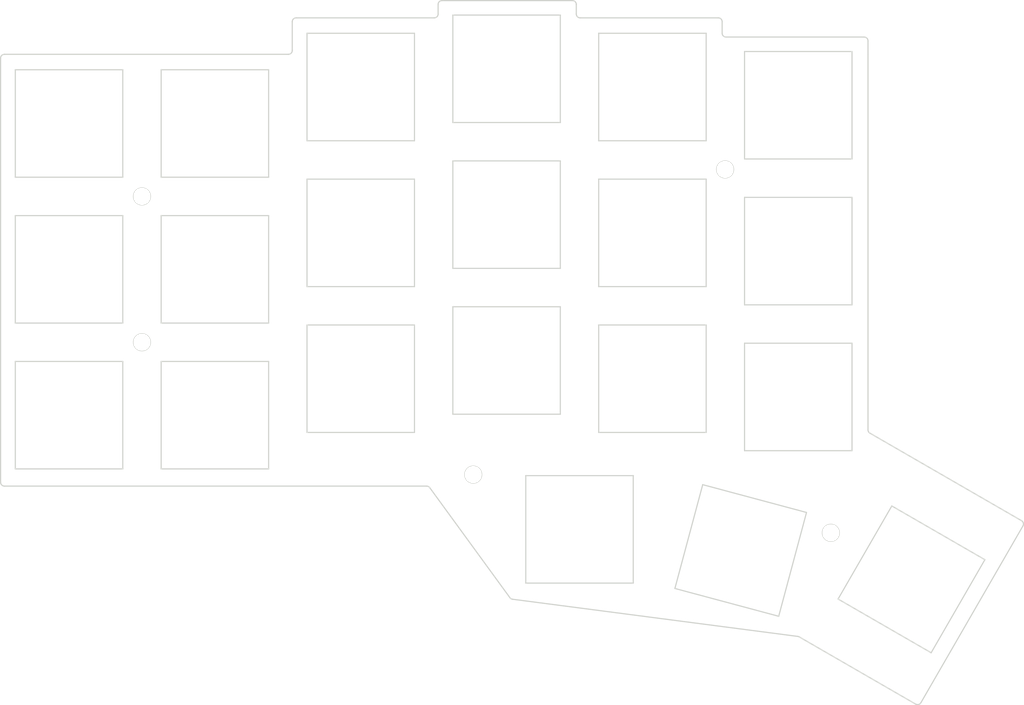
<source format=kicad_pcb>
(kicad_pcb (version 20240108) (generator "pcbnew") (generator_version "8.0")
  (title_block (title "frontplate") (date "2024-05-11") (rev "0.2") (company "ceoloide"))
  (layers (0 "F.Cu" signal) (31 "B.Cu" signal) (34 "B.Paste" user) (35 "F.Paste" user) (36 "B.SilkS" user "B.Silkscreen") (37 "F.SilkS" user "F.Silkscreen") (38 "B.Mask" user) (39 "F.Mask" user) (44 "Edge.Cuts" user))
  (net 0 "")
  (footprint "ceoloide:mounting_hole_npth" (layer "F.Cu") (at 152.657 107.74)
    (property "Reference" "MH4" (hide yes))
    (property "Value" "")
    (pad "" np_thru_hole circle (at 0 0) (size 2.2 2.2) (drill 2.2) (layers "*.Cu" "*.Mask"))
  )
  (footprint "ceoloide:mounting_hole_npth" (layer "F.Cu") (at 185.468 67.986)
    (property "Reference" "MH3" (hide yes))
    (property "Value" "")
    (pad "" np_thru_hole circle (at 0 0) (size 2.2 2.2) (drill 2.2) (layers "*.Cu" "*.Mask"))
  )
  (footprint "ceoloide:mounting_hole_npth" (layer "F.Cu") (at 109.5 71.5)
    (property "Reference" "MH1" (hide yes))
    (property "Value" "")
    (pad "" np_thru_hole circle (at 0 0) (size 2.2 2.2) (drill 2.2) (layers "*.Cu" "*.Mask"))
  )
  (footprint "ceoloide:mounting_hole_npth" (layer "F.Cu") (at 199.241052 115.323658 60)
    (property "Reference" "MH5" (hide yes))
    (property "Value" "")
    (pad "" np_thru_hole circle (at 0 0 60) (size 2.2 2.2) (drill 2.2) (layers "*.Cu" "*.Mask"))
  )
  (footprint "ceoloide:mounting_hole_npth" (layer "F.Cu") (at 109.5 90.5)
    (property "Reference" "MH2" (hide yes))
    (property "Value" "")
    (pad "" np_thru_hole circle (at 0 0) (size 2.2 2.2) (drill 2.2) (layers "*.Cu" "*.Mask"))
  )
  (gr_line (start 131 102.25) (end 145 102.25) (stroke (width 0.15)) (layer "Edge.Cuts"))
  (gr_line (start 145 64.25) (end 145 50.25) (stroke (width 0.15)) (layer "Edge.Cuts"))
  (gr_line (start 178.926786 122.574748) (end 192.449748 126.198214) (stroke (width 0.15)) (layer "Edge.Cuts"))
  (gr_arc (start 148.08 46.488) (mid 148.226447 46.134447) (end 148.58 45.988) (stroke (width 0.15)) (layer "Edge.Cuts"))
  (gr_arc (start 185.582 50.738) (mid 185.228447 50.591553) (end 185.082 50.238) (stroke (width 0.15)) (layer "Edge.Cuts"))
  (gr_line (start 164 66.875) (end 150 66.875) (stroke (width 0.15)) (layer "Edge.Cuts"))
  (gr_line (start 164 80.875) (end 164 66.875) (stroke (width 0.15)) (layer "Edge.Cuts"))
  (gr_line (start 185.582 50.738) (end 203.582222 50.738) (stroke (width 0.15)) (layer "Edge.Cuts"))
  (gr_line (start 169 64.25) (end 183 64.25) (stroke (width 0.15)) (layer "Edge.Cuts"))
  (gr_line (start 196.073214 112.675253) (end 182.550253 109.051786) (stroke (width 0.15)) (layer "Edge.Cuts"))
  (gr_line (start 150 47.875) (end 150 61.875) (stroke (width 0.15)) (layer "Edge.Cuts"))
  (gr_arc (start 146.585693 109.24) (mid 146.812368 109.29433) (end 146.989776 109.445522) (stroke (width 0.15)) (layer "Edge.Cuts"))
  (gr_line (start 150 80.875) (end 164 80.875) (stroke (width 0.15)) (layer "Edge.Cuts"))
  (gr_arc (start 204.083 52.990222) (mid 204.083 52.990111) (end 204.083 52.99) (stroke (width 0.15)) (layer "Edge.Cuts"))
  (gr_arc (start 157.772968 123.977759) (mid 157.582531 123.912008) (end 157.43351 123.776431) (stroke (width 0.15)) (layer "Edge.Cuts"))
  (gr_line (start 166.582 48.24) (end 184.582 48.24) (stroke (width 0.15)) (layer "Edge.Cuts"))
  (gr_line (start 93 74) (end 93 88) (stroke (width 0.15)) (layer "Edge.Cuts"))
  (gr_line (start 157.43351 123.776431) (end 146.989776 109.445522) (stroke (width 0.15)) (layer "Edge.Cuts"))
  (gr_line (start 202 85.625) (end 202 71.625) (stroke (width 0.15)) (layer "Edge.Cuts"))
  (gr_line (start 131 50.25) (end 131 64.25) (stroke (width 0.15)) (layer "Edge.Cuts"))
  (gr_arc (start 129.08 52.489013) (mid 128.933553 52.842553) (end 128.580013 52.989013) (stroke (width 0.15)) (layer "Edge.Cuts"))
  (gr_line (start 210.29051 137.641397) (end 195.123642 128.884802) (stroke (width 0.15)) (layer "Edge.Cuts"))
  (gr_arc (start 194.938267 128.822008) (mid 195.034054 128.844254) (end 195.123642 128.884802) (stroke (width 0.15)) (layer "Edge.Cuts"))
  (gr_line (start 212.308984 130.951335) (end 219.308984 118.82698) (stroke (width 0.15)) (layer "Edge.Cuts"))
  (gr_line (start 93 88) (end 107 88) (stroke (width 0.15)) (layer "Edge.Cuts"))
  (gr_line (start 145 102.25) (end 145 88.25) (stroke (width 0.15)) (layer "Edge.Cuts"))
  (gr_line (start 126 74) (end 112 74) (stroke (width 0.15)) (layer "Edge.Cuts"))
  (gr_line (start 112 74) (end 112 88) (stroke (width 0.15)) (layer "Edge.Cuts"))
  (gr_line (start 183 50.25) (end 169 50.25) (stroke (width 0.15)) (layer "Edge.Cuts"))
  (gr_line (start 202 71.625) (end 188 71.625) (stroke (width 0.15)) (layer "Edge.Cuts"))
  (gr_line (start 183 88.25) (end 169 88.25) (stroke (width 0.15)) (layer "Edge.Cuts"))
  (gr_circle (center 109.5 90.5) (end 110.6 90.5) (stroke (width 0.15)) (fill none) (layer "Edge.Cuts"))
  (gr_line (start 194.938267 128.822008) (end 157.772968 123.977759) (stroke (width 0.15)) (layer "Edge.Cuts"))
  (gr_line (start 131 83.25) (end 145 83.25) (stroke (width 0.15)) (layer "Edge.Cuts"))
  (gr_line (start 112 93) (end 112 107) (stroke (width 0.15)) (layer "Edge.Cuts"))
  (gr_line (start 93 93) (end 93 107) (stroke (width 0.15)) (layer "Edge.Cuts"))
  (gr_line (start 150 99.875) (end 164 99.875) (stroke (width 0.15)) (layer "Edge.Cuts"))
  (gr_line (start 207.184628 111.82698) (end 200.184628 123.951335) (stroke (width 0.15)) (layer "Edge.Cuts"))
  (gr_line (start 169 69.25) (end 169 83.25) (stroke (width 0.15)) (layer "Edge.Cuts"))
  (gr_line (start 131 88.25) (end 131 102.25) (stroke (width 0.15)) (layer "Edge.Cuts"))
  (gr_line (start 202 52.625) (end 188 52.625) (stroke (width 0.15)) (layer "Edge.Cuts"))
  (gr_line (start 145 50.25) (end 131 50.25) (stroke (width 0.15)) (layer "Edge.Cuts"))
  (gr_line (start 173.5 121.875) (end 173.5 107.875) (stroke (width 0.15)) (layer "Edge.Cuts"))
  (gr_circle (center 152.657 107.74) (end 153.757 107.74) (stroke (width 0.15)) (fill none) (layer "Edge.Cuts"))
  (gr_line (start 107 107) (end 107 93) (stroke (width 0.15)) (layer "Edge.Cuts"))
  (gr_line (start 166.082 46.488) (end 166.082 47.74) (stroke (width 0.15)) (layer "Edge.Cuts"))
  (gr_line (start 188 85.625) (end 202 85.625) (stroke (width 0.15)) (layer "Edge.Cuts"))
  (gr_line (start 150 66.875) (end 150 80.875) (stroke (width 0.15)) (layer "Edge.Cuts"))
  (gr_line (start 204.082222 51.237778) (end 204.083 52.99) (stroke (width 0.15)) (layer "Edge.Cuts"))
  (gr_arc (start 91.080018 53.490005) (mid 91.226459 53.136459) (end 91.580005 52.989987) (stroke (width 0.15)) (layer "Edge.Cuts"))
  (gr_line (start 164 99.875) (end 164 85.875) (stroke (width 0.15)) (layer "Edge.Cuts"))
  (gr_arc (start 224.085004 113.746606) (mid 224.31795 114.050198) (end 224.268026 114.429602) (stroke (width 0.15)) (layer "Edge.Cuts"))
  (gr_arc (start 91.581982 109.24) (mid 91.228447 109.093553) (end 91.081982 108.740018) (stroke (width 0.15)) (layer "Edge.Cuts"))
  (gr_line (start 131 64.25) (end 145 64.25) (stroke (width 0.15)) (layer "Edge.Cuts"))
  (gr_line (start 183 102.25) (end 183 88.25) (stroke (width 0.15)) (layer "Edge.Cuts"))
  (gr_line (start 192.449748 126.198214) (end 196.073214 112.675253) (stroke (width 0.15)) (layer "Edge.Cuts"))
  (gr_line (start 169 88.25) (end 169 102.25) (stroke (width 0.15)) (layer "Edge.Cuts"))
  (gr_line (start 93 69) (end 107 69) (stroke (width 0.15)) (layer "Edge.Cuts"))
  (gr_line (start 219.308984 118.82698) (end 207.184628 111.82698) (stroke (width 0.15)) (layer "Edge.Cuts"))
  (gr_line (start 129.58 48.24) (end 147.58 48.24) (stroke (width 0.15)) (layer "Edge.Cuts"))
  (gr_line (start 148.08 47.74) (end 148.08 46.488) (stroke (width 0.15)) (layer "Edge.Cuts"))
  (gr_line (start 164 61.875) (end 164 47.875) (stroke (width 0.15)) (layer "Edge.Cuts"))
  (gr_line (start 93 107) (end 107 107) (stroke (width 0.15)) (layer "Edge.Cuts"))
  (gr_arc (start 184.582 48.24) (mid 184.935553 48.386447) (end 185.082 48.74) (stroke (width 0.15)) (layer "Edge.Cuts"))
  (gr_line (start 169 83.25) (end 183 83.25) (stroke (width 0.15)) (layer "Edge.Cuts"))
  (gr_line (start 107 93) (end 93 93) (stroke (width 0.15)) (layer "Edge.Cuts"))
  (gr_line (start 91.081982 108.740018) (end 91.080018 53.490005) (stroke (width 0.15)) (layer "Edge.Cuts"))
  (gr_line (start 159.5 107.875) (end 159.5 121.875) (stroke (width 0.15)) (layer "Edge.Cuts"))
  (gr_line (start 107 69) (end 107 55) (stroke (width 0.15)) (layer "Edge.Cuts"))
  (gr_line (start 126 55) (end 112 55) (stroke (width 0.15)) (layer "Edge.Cuts"))
  (gr_line (start 164 85.875) (end 150 85.875) (stroke (width 0.15)) (layer "Edge.Cuts"))
  (gr_line (start 126 107) (end 126 93) (stroke (width 0.15)) (layer "Edge.Cuts"))
  (gr_line (start 164 47.875) (end 150 47.875) (stroke (width 0.15)) (layer "Edge.Cuts"))
  (gr_arc (start 204.333 102.342781) (mid 204.149999 102.159766) (end 204.083 101.909768) (stroke (width 0.15)) (layer "Edge.Cuts"))
  (gr_line (start 145 88.25) (end 131 88.25) (stroke (width 0.15)) (layer "Edge.Cuts"))
  (gr_line (start 146.585693 109.24) (end 91.581982 109.24) (stroke (width 0.15)) (layer "Edge.Cuts"))
  (gr_line (start 188 52.625) (end 188 66.625) (stroke (width 0.15)) (layer "Edge.Cuts"))
  (gr_line (start 150 85.875) (end 150 99.875) (stroke (width 0.15)) (layer "Edge.Cuts"))
  (gr_circle (center 185.468 67.986) (end 186.568 67.986) (stroke (width 0.15)) (fill none) (layer "Edge.Cuts"))
  (gr_arc (start 203.582222 50.738) (mid 203.935683 50.884376) (end 204.082222 51.237778) (stroke (width 0.15)) (layer "Edge.Cuts"))
  (gr_line (start 126 69) (end 126 55) (stroke (width 0.15)) (layer "Edge.Cuts"))
  (gr_line (start 224.268026 114.429602) (end 210.973532 137.458367) (stroke (width 0.15)) (layer "Edge.Cuts"))
  (gr_line (start 188 104.625) (end 202 104.625) (stroke (width 0.15)) (layer "Edge.Cuts"))
  (gr_line (start 145 83.25) (end 145 69.25) (stroke (width 0.15)) (layer "Edge.Cuts"))
  (gr_line (start 188 71.625) (end 188 85.625) (stroke (width 0.15)) (layer "Edge.Cuts"))
  (gr_line (start 131 69.25) (end 131 83.25) (stroke (width 0.15)) (layer "Edge.Cuts"))
  (gr_line (start 145 69.25) (end 131 69.25) (stroke (width 0.15)) (layer "Edge.Cuts"))
  (gr_line (start 188 90.625) (end 188 104.625) (stroke (width 0.15)) (layer "Edge.Cuts"))
  (gr_line (start 204.083 52.990222) (end 204.083 101.909768) (stroke (width 0.15)) (layer "Edge.Cuts"))
  (gr_line (start 112 88) (end 126 88) (stroke (width 0.15)) (layer "Edge.Cuts"))
  (gr_line (start 202 104.625) (end 202 90.625) (stroke (width 0.15)) (layer "Edge.Cuts"))
  (gr_line (start 148.58 45.988) (end 165.582 45.988) (stroke (width 0.15)) (layer "Edge.Cuts"))
  (gr_circle (center 109.5 71.5) (end 110.6 71.5) (stroke (width 0.15)) (fill none) (layer "Edge.Cuts"))
  (gr_line (start 126 88) (end 126 74) (stroke (width 0.15)) (layer "Edge.Cuts"))
  (gr_line (start 185.082 48.74) (end 185.082 50.238) (stroke (width 0.15)) (layer "Edge.Cuts"))
  (gr_line (start 183 83.25) (end 183 69.25) (stroke (width 0.15)) (layer "Edge.Cuts"))
  (gr_line (start 150 61.875) (end 164 61.875) (stroke (width 0.15)) (layer "Edge.Cuts"))
  (gr_line (start 183 69.25) (end 169 69.25) (stroke (width 0.15)) (layer "Edge.Cuts"))
  (gr_line (start 112 55) (end 112 69) (stroke (width 0.15)) (layer "Edge.Cuts"))
  (gr_line (start 107 55) (end 93 55) (stroke (width 0.15)) (layer "Edge.Cuts"))
  (gr_arc (start 210.973532 137.458367) (mid 210.669928 137.691358) (end 210.29051 137.641397) (stroke (width 0.15)) (layer "Edge.Cuts"))
  (gr_line (start 129.08 52.489013) (end 129.08 48.74) (stroke (width 0.15)) (layer "Edge.Cuts"))
  (gr_line (start 91.580005 52.989987) (end 128.580013 52.989013) (stroke (width 0.15)) (layer "Edge.Cuts"))
  (gr_line (start 200.184628 123.951335) (end 212.308984 130.951335) (stroke (width 0.15)) (layer "Edge.Cuts"))
  (gr_line (start 107 74) (end 93 74) (stroke (width 0.15)) (layer "Edge.Cuts"))
  (gr_line (start 159.5 121.875) (end 173.5 121.875) (stroke (width 0.15)) (layer "Edge.Cuts"))
  (gr_arc (start 129.08 48.74) (mid 129.226447 48.386447) (end 129.58 48.24) (stroke (width 0.15)) (layer "Edge.Cuts"))
  (gr_circle (center 199.241052 115.323658) (end 200.341052 115.323658) (stroke (width 0.15)) (fill none) (layer "Edge.Cuts"))
  (gr_line (start 107 88) (end 107 74) (stroke (width 0.15)) (layer "Edge.Cuts"))
  (gr_arc (start 148.08 47.74) (mid 147.933553 48.093553) (end 147.58 48.24) (stroke (width 0.15)) (layer "Edge.Cuts"))
  (gr_line (start 188 66.625) (end 202 66.625) (stroke (width 0.15)) (layer "Edge.Cuts"))
  (gr_line (start 183 64.25) (end 183 50.25) (stroke (width 0.15)) (layer "Edge.Cuts"))
  (gr_line (start 93 55) (end 93 69) (stroke (width 0.15)) (layer "Edge.Cuts"))
  (gr_line (start 202 66.625) (end 202 52.625) (stroke (width 0.15)) (layer "Edge.Cuts"))
  (gr_line (start 169 102.25) (end 183 102.25) (stroke (width 0.15)) (layer "Edge.Cuts"))
  (gr_line (start 126 93) (end 112 93) (stroke (width 0.15)) (layer "Edge.Cuts"))
  (gr_line (start 204.333 102.342781) (end 224.085004 113.746606) (stroke (width 0.15)) (layer "Edge.Cuts"))
  (gr_line (start 112 107) (end 126 107) (stroke (width 0.15)) (layer "Edge.Cuts"))
  (gr_line (start 202 90.625) (end 188 90.625) (stroke (width 0.15)) (layer "Edge.Cuts"))
  (gr_line (start 182.550253 109.051786) (end 178.926786 122.574748) (stroke (width 0.15)) (layer "Edge.Cuts"))
  (gr_line (start 169 50.25) (end 169 64.25) (stroke (width 0.15)) (layer "Edge.Cuts"))
  (gr_line (start 173.5 107.875) (end 159.5 107.875) (stroke (width 0.15)) (layer "Edge.Cuts"))
  (gr_line (start 112 69) (end 126 69) (stroke (width 0.15)) (layer "Edge.Cuts"))
  (gr_arc (start 166.582 48.24) (mid 166.228447 48.093553) (end 166.082 47.74) (stroke (width 0.15)) (layer "Edge.Cuts"))
  (gr_arc (start 165.582 45.988) (mid 165.935553 46.134447) (end 166.082 46.488) (stroke (width 0.15)) (layer "Edge.Cuts"))
)
</source>
